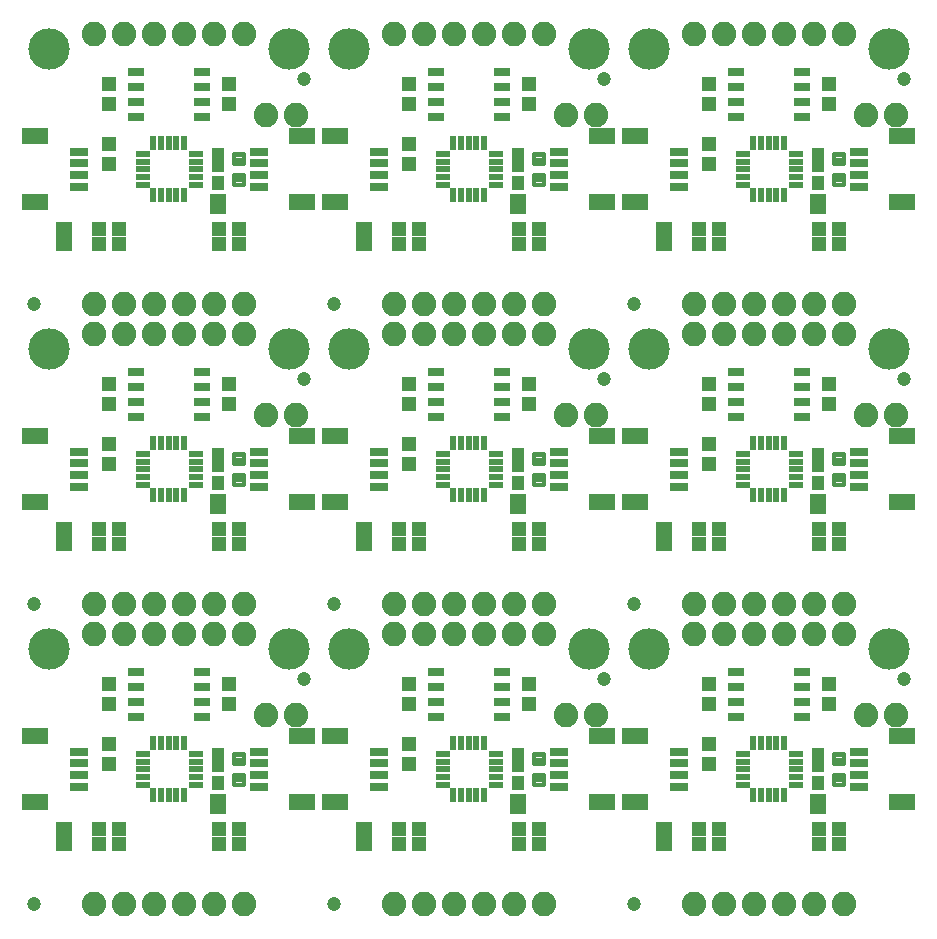
<source format=gts>
G75*
%MOIN*%
%OFA0B0*%
%FSLAX25Y25*%
%IPPOS*%
%LPD*%
%AMOC8*
5,1,8,0,0,1.08239X$1,22.5*
%
%ADD10C,0.08200*%
%ADD11R,0.05131X0.04737*%
%ADD12C,0.13800*%
%ADD13R,0.05800X0.03300*%
%ADD14C,0.04737*%
%ADD15R,0.01981X0.05131*%
%ADD16R,0.05131X0.01981*%
%ADD17R,0.04737X0.05131*%
%ADD18R,0.05524X0.03162*%
%ADD19R,0.08674X0.05524*%
%ADD20R,0.06115X0.03162*%
%ADD21C,0.01421*%
%ADD22R,0.03950X0.04737*%
%ADD23R,0.03950X0.08280*%
D10*
X0027250Y0010060D03*
X0037250Y0010060D03*
X0047250Y0010060D03*
X0057250Y0010060D03*
X0067250Y0010060D03*
X0077250Y0010060D03*
X0127250Y0010060D03*
X0137250Y0010060D03*
X0147250Y0010060D03*
X0157250Y0010060D03*
X0167250Y0010060D03*
X0177250Y0010060D03*
X0227250Y0010060D03*
X0237250Y0010060D03*
X0247250Y0010060D03*
X0257250Y0010060D03*
X0267250Y0010060D03*
X0277250Y0010060D03*
X0284750Y0073060D03*
X0294750Y0073060D03*
X0277250Y0100060D03*
X0277250Y0110060D03*
X0267250Y0110060D03*
X0257250Y0110060D03*
X0247250Y0110060D03*
X0247250Y0100060D03*
X0257250Y0100060D03*
X0267250Y0100060D03*
X0237250Y0100060D03*
X0237250Y0110060D03*
X0227250Y0110060D03*
X0227250Y0100060D03*
X0194750Y0073060D03*
X0184750Y0073060D03*
X0177250Y0100060D03*
X0177250Y0110060D03*
X0167250Y0110060D03*
X0157250Y0110060D03*
X0147250Y0110060D03*
X0137250Y0110060D03*
X0137250Y0100060D03*
X0147250Y0100060D03*
X0157250Y0100060D03*
X0167250Y0100060D03*
X0127250Y0100060D03*
X0127250Y0110060D03*
X0094750Y0073060D03*
X0084750Y0073060D03*
X0077250Y0100060D03*
X0077250Y0110060D03*
X0067250Y0110060D03*
X0067250Y0100060D03*
X0057250Y0100060D03*
X0057250Y0110060D03*
X0047250Y0110060D03*
X0037250Y0110060D03*
X0037250Y0100060D03*
X0047250Y0100060D03*
X0027250Y0100060D03*
X0027250Y0110060D03*
X0084750Y0173060D03*
X0094750Y0173060D03*
X0077250Y0200060D03*
X0077250Y0210060D03*
X0067250Y0210060D03*
X0067250Y0200060D03*
X0057250Y0200060D03*
X0057250Y0210060D03*
X0047250Y0210060D03*
X0037250Y0210060D03*
X0037250Y0200060D03*
X0047250Y0200060D03*
X0027250Y0200060D03*
X0027250Y0210060D03*
X0084750Y0273060D03*
X0094750Y0273060D03*
X0077250Y0300060D03*
X0067250Y0300060D03*
X0057250Y0300060D03*
X0047250Y0300060D03*
X0037250Y0300060D03*
X0027250Y0300060D03*
X0127250Y0300060D03*
X0137250Y0300060D03*
X0147250Y0300060D03*
X0157250Y0300060D03*
X0167250Y0300060D03*
X0177250Y0300060D03*
X0184750Y0273060D03*
X0194750Y0273060D03*
X0227250Y0300060D03*
X0237250Y0300060D03*
X0247250Y0300060D03*
X0257250Y0300060D03*
X0267250Y0300060D03*
X0277250Y0300060D03*
X0284750Y0273060D03*
X0294750Y0273060D03*
X0277250Y0210060D03*
X0277250Y0200060D03*
X0267250Y0200060D03*
X0267250Y0210060D03*
X0257250Y0210060D03*
X0247250Y0210060D03*
X0247250Y0200060D03*
X0257250Y0200060D03*
X0237250Y0200060D03*
X0237250Y0210060D03*
X0227250Y0210060D03*
X0227250Y0200060D03*
X0194750Y0173060D03*
X0184750Y0173060D03*
X0177250Y0200060D03*
X0177250Y0210060D03*
X0167250Y0210060D03*
X0157250Y0210060D03*
X0147250Y0210060D03*
X0137250Y0210060D03*
X0137250Y0200060D03*
X0147250Y0200060D03*
X0157250Y0200060D03*
X0167250Y0200060D03*
X0127250Y0200060D03*
X0127250Y0210060D03*
X0284750Y0173060D03*
X0294750Y0173060D03*
D11*
X0275596Y0135060D03*
X0275596Y0130060D03*
X0268904Y0130060D03*
X0268904Y0135060D03*
X0235596Y0135060D03*
X0235596Y0130060D03*
X0228904Y0130060D03*
X0228904Y0135060D03*
X0175596Y0135060D03*
X0175596Y0130060D03*
X0168904Y0130060D03*
X0168904Y0135060D03*
X0135596Y0135060D03*
X0135596Y0130060D03*
X0128904Y0130060D03*
X0128904Y0135060D03*
X0075596Y0135060D03*
X0075596Y0130060D03*
X0068904Y0130060D03*
X0068904Y0135060D03*
X0035596Y0135060D03*
X0035596Y0130060D03*
X0028904Y0130060D03*
X0028904Y0135060D03*
X0028904Y0230060D03*
X0028904Y0235060D03*
X0035596Y0235060D03*
X0035596Y0230060D03*
X0068904Y0230060D03*
X0068904Y0235060D03*
X0075596Y0235060D03*
X0075596Y0230060D03*
X0128904Y0230060D03*
X0128904Y0235060D03*
X0135596Y0235060D03*
X0135596Y0230060D03*
X0168904Y0230060D03*
X0168904Y0235060D03*
X0175596Y0235060D03*
X0175596Y0230060D03*
X0228904Y0230060D03*
X0228904Y0235060D03*
X0235596Y0235060D03*
X0235596Y0230060D03*
X0268904Y0230060D03*
X0268904Y0235060D03*
X0275596Y0235060D03*
X0275596Y0230060D03*
X0275596Y0035060D03*
X0275596Y0030060D03*
X0268904Y0030060D03*
X0268904Y0035060D03*
X0235596Y0035060D03*
X0235596Y0030060D03*
X0228904Y0030060D03*
X0228904Y0035060D03*
X0175596Y0035060D03*
X0175596Y0030060D03*
X0168904Y0030060D03*
X0168904Y0035060D03*
X0135596Y0035060D03*
X0135596Y0030060D03*
X0128904Y0030060D03*
X0128904Y0035060D03*
X0075596Y0035060D03*
X0075596Y0030060D03*
X0068904Y0030060D03*
X0068904Y0035060D03*
X0035596Y0035060D03*
X0035596Y0030060D03*
X0028904Y0030060D03*
X0028904Y0035060D03*
D12*
X0012250Y0095060D03*
X0092250Y0095060D03*
X0112250Y0095060D03*
X0192250Y0095060D03*
X0212250Y0095060D03*
X0292250Y0095060D03*
X0292250Y0195060D03*
X0212250Y0195060D03*
X0192250Y0195060D03*
X0112250Y0195060D03*
X0092250Y0195060D03*
X0012250Y0195060D03*
X0012250Y0295060D03*
X0092250Y0295060D03*
X0112250Y0295060D03*
X0192250Y0295060D03*
X0212250Y0295060D03*
X0292250Y0295060D03*
D13*
X0268750Y0245160D03*
X0268750Y0241960D03*
X0217250Y0235760D03*
X0217250Y0232560D03*
X0217250Y0229360D03*
X0168750Y0241960D03*
X0168750Y0245160D03*
X0117250Y0235760D03*
X0117250Y0232560D03*
X0117250Y0229360D03*
X0068750Y0241960D03*
X0068750Y0245160D03*
X0017250Y0235760D03*
X0017250Y0232560D03*
X0017250Y0229360D03*
X0068750Y0145160D03*
X0068750Y0141960D03*
X0117250Y0135760D03*
X0117250Y0132560D03*
X0117250Y0129360D03*
X0168750Y0141960D03*
X0168750Y0145160D03*
X0217250Y0135760D03*
X0217250Y0132560D03*
X0217250Y0129360D03*
X0268750Y0141960D03*
X0268750Y0145160D03*
X0268750Y0045160D03*
X0268750Y0041960D03*
X0217250Y0035760D03*
X0217250Y0032560D03*
X0217250Y0029360D03*
X0168750Y0041960D03*
X0168750Y0045160D03*
X0117250Y0035760D03*
X0117250Y0032560D03*
X0117250Y0029360D03*
X0068750Y0041960D03*
X0068750Y0045160D03*
X0017250Y0035760D03*
X0017250Y0032560D03*
X0017250Y0029360D03*
X0017250Y0129360D03*
X0017250Y0132560D03*
X0017250Y0135760D03*
D14*
X0007250Y0010060D03*
X0097250Y0085060D03*
X0107250Y0110060D03*
X0097250Y0185060D03*
X0107250Y0210060D03*
X0097250Y0285060D03*
X0007250Y0210060D03*
X0007250Y0110060D03*
X0107250Y0010060D03*
X0197250Y0085060D03*
X0207250Y0110060D03*
X0197250Y0185060D03*
X0207250Y0210060D03*
X0197250Y0285060D03*
X0297250Y0285060D03*
X0297250Y0185060D03*
X0297250Y0085060D03*
X0207250Y0010060D03*
D15*
X0247132Y0046399D03*
X0249691Y0046399D03*
X0252250Y0046399D03*
X0254809Y0046399D03*
X0257368Y0046399D03*
X0257368Y0063721D03*
X0254809Y0063721D03*
X0252250Y0063721D03*
X0249691Y0063721D03*
X0247132Y0063721D03*
X0247132Y0146399D03*
X0249691Y0146399D03*
X0252250Y0146399D03*
X0254809Y0146399D03*
X0257368Y0146399D03*
X0257368Y0163721D03*
X0254809Y0163721D03*
X0252250Y0163721D03*
X0249691Y0163721D03*
X0247132Y0163721D03*
X0247132Y0246399D03*
X0249691Y0246399D03*
X0252250Y0246399D03*
X0254809Y0246399D03*
X0257368Y0246399D03*
X0257368Y0263721D03*
X0254809Y0263721D03*
X0252250Y0263721D03*
X0249691Y0263721D03*
X0247132Y0263721D03*
X0157368Y0263721D03*
X0154809Y0263721D03*
X0152250Y0263721D03*
X0149691Y0263721D03*
X0147132Y0263721D03*
X0147132Y0246399D03*
X0149691Y0246399D03*
X0152250Y0246399D03*
X0154809Y0246399D03*
X0157368Y0246399D03*
X0157368Y0163721D03*
X0154809Y0163721D03*
X0152250Y0163721D03*
X0149691Y0163721D03*
X0147132Y0163721D03*
X0147132Y0146399D03*
X0149691Y0146399D03*
X0152250Y0146399D03*
X0154809Y0146399D03*
X0157368Y0146399D03*
X0157368Y0063721D03*
X0154809Y0063721D03*
X0152250Y0063721D03*
X0149691Y0063721D03*
X0147132Y0063721D03*
X0147132Y0046399D03*
X0149691Y0046399D03*
X0152250Y0046399D03*
X0154809Y0046399D03*
X0157368Y0046399D03*
X0057368Y0046399D03*
X0054809Y0046399D03*
X0052250Y0046399D03*
X0049691Y0046399D03*
X0047132Y0046399D03*
X0047132Y0063721D03*
X0049691Y0063721D03*
X0052250Y0063721D03*
X0054809Y0063721D03*
X0057368Y0063721D03*
X0057368Y0146399D03*
X0054809Y0146399D03*
X0052250Y0146399D03*
X0049691Y0146399D03*
X0047132Y0146399D03*
X0047132Y0163721D03*
X0049691Y0163721D03*
X0052250Y0163721D03*
X0054809Y0163721D03*
X0057368Y0163721D03*
X0057368Y0246399D03*
X0054809Y0246399D03*
X0052250Y0246399D03*
X0049691Y0246399D03*
X0047132Y0246399D03*
X0047132Y0263721D03*
X0049691Y0263721D03*
X0052250Y0263721D03*
X0054809Y0263721D03*
X0057368Y0263721D03*
D16*
X0061305Y0260178D03*
X0061305Y0257619D03*
X0061305Y0255060D03*
X0061305Y0252501D03*
X0061305Y0249942D03*
X0043589Y0249942D03*
X0043589Y0252501D03*
X0043589Y0255060D03*
X0043589Y0257619D03*
X0043589Y0260178D03*
X0043589Y0160178D03*
X0043589Y0157619D03*
X0043589Y0155060D03*
X0043589Y0152501D03*
X0043589Y0149942D03*
X0061305Y0149942D03*
X0061305Y0152501D03*
X0061305Y0155060D03*
X0061305Y0157619D03*
X0061305Y0160178D03*
X0143589Y0160178D03*
X0143589Y0157619D03*
X0143589Y0155060D03*
X0143589Y0152501D03*
X0143589Y0149942D03*
X0161305Y0149942D03*
X0161305Y0152501D03*
X0161305Y0155060D03*
X0161305Y0157619D03*
X0161305Y0160178D03*
X0243589Y0160178D03*
X0243589Y0157619D03*
X0243589Y0155060D03*
X0243589Y0152501D03*
X0243589Y0149942D03*
X0261305Y0149942D03*
X0261305Y0152501D03*
X0261305Y0155060D03*
X0261305Y0157619D03*
X0261305Y0160178D03*
X0261305Y0249942D03*
X0261305Y0252501D03*
X0261305Y0255060D03*
X0261305Y0257619D03*
X0261305Y0260178D03*
X0243589Y0260178D03*
X0243589Y0257619D03*
X0243589Y0255060D03*
X0243589Y0252501D03*
X0243589Y0249942D03*
X0161305Y0249942D03*
X0161305Y0252501D03*
X0161305Y0255060D03*
X0161305Y0257619D03*
X0161305Y0260178D03*
X0143589Y0260178D03*
X0143589Y0257619D03*
X0143589Y0255060D03*
X0143589Y0252501D03*
X0143589Y0249942D03*
X0143589Y0060178D03*
X0143589Y0057619D03*
X0143589Y0055060D03*
X0143589Y0052501D03*
X0143589Y0049942D03*
X0161305Y0049942D03*
X0161305Y0052501D03*
X0161305Y0055060D03*
X0161305Y0057619D03*
X0161305Y0060178D03*
X0243589Y0060178D03*
X0243589Y0057619D03*
X0243589Y0055060D03*
X0243589Y0052501D03*
X0243589Y0049942D03*
X0261305Y0049942D03*
X0261305Y0052501D03*
X0261305Y0055060D03*
X0261305Y0057619D03*
X0261305Y0060178D03*
X0061305Y0060178D03*
X0061305Y0057619D03*
X0061305Y0055060D03*
X0061305Y0052501D03*
X0061305Y0049942D03*
X0043589Y0049942D03*
X0043589Y0052501D03*
X0043589Y0055060D03*
X0043589Y0057619D03*
X0043589Y0060178D03*
D17*
X0032250Y0063406D03*
X0032250Y0056714D03*
X0032250Y0076714D03*
X0032250Y0083406D03*
X0072250Y0083406D03*
X0072250Y0076714D03*
X0132250Y0076714D03*
X0132250Y0083406D03*
X0132250Y0063406D03*
X0132250Y0056714D03*
X0172250Y0076714D03*
X0172250Y0083406D03*
X0232250Y0083406D03*
X0232250Y0076714D03*
X0232250Y0063406D03*
X0232250Y0056714D03*
X0272250Y0076714D03*
X0272250Y0083406D03*
X0232250Y0156714D03*
X0232250Y0163406D03*
X0232250Y0176714D03*
X0232250Y0183406D03*
X0272250Y0183406D03*
X0272250Y0176714D03*
X0232250Y0256714D03*
X0232250Y0263406D03*
X0232250Y0276714D03*
X0232250Y0283406D03*
X0272250Y0283406D03*
X0272250Y0276714D03*
X0172250Y0276714D03*
X0172250Y0283406D03*
X0132250Y0283406D03*
X0132250Y0276714D03*
X0132250Y0263406D03*
X0132250Y0256714D03*
X0072250Y0276714D03*
X0072250Y0283406D03*
X0032250Y0283406D03*
X0032250Y0276714D03*
X0032250Y0263406D03*
X0032250Y0256714D03*
X0032250Y0183406D03*
X0032250Y0176714D03*
X0032250Y0163406D03*
X0032250Y0156714D03*
X0072250Y0176714D03*
X0072250Y0183406D03*
X0132250Y0183406D03*
X0132250Y0176714D03*
X0132250Y0163406D03*
X0132250Y0156714D03*
X0172250Y0176714D03*
X0172250Y0183406D03*
D18*
X0163274Y0182560D03*
X0163274Y0187560D03*
X0163274Y0177560D03*
X0163274Y0172560D03*
X0141226Y0172560D03*
X0141226Y0177560D03*
X0141226Y0182560D03*
X0141226Y0187560D03*
X0063274Y0187560D03*
X0063274Y0182560D03*
X0063274Y0177560D03*
X0063274Y0172560D03*
X0041226Y0172560D03*
X0041226Y0177560D03*
X0041226Y0182560D03*
X0041226Y0187560D03*
X0041226Y0272560D03*
X0041226Y0277560D03*
X0041226Y0282560D03*
X0041226Y0287560D03*
X0063274Y0287560D03*
X0063274Y0282560D03*
X0063274Y0277560D03*
X0063274Y0272560D03*
X0141226Y0272560D03*
X0141226Y0277560D03*
X0141226Y0282560D03*
X0141226Y0287560D03*
X0163274Y0287560D03*
X0163274Y0282560D03*
X0163274Y0277560D03*
X0163274Y0272560D03*
X0241226Y0272560D03*
X0241226Y0277560D03*
X0241226Y0282560D03*
X0241226Y0287560D03*
X0263274Y0287560D03*
X0263274Y0282560D03*
X0263274Y0277560D03*
X0263274Y0272560D03*
X0263274Y0187560D03*
X0263274Y0182560D03*
X0263274Y0177560D03*
X0263274Y0172560D03*
X0241226Y0172560D03*
X0241226Y0177560D03*
X0241226Y0182560D03*
X0241226Y0187560D03*
X0241226Y0087560D03*
X0241226Y0082560D03*
X0241226Y0077560D03*
X0241226Y0072560D03*
X0263274Y0072560D03*
X0263274Y0077560D03*
X0263274Y0082560D03*
X0263274Y0087560D03*
X0163274Y0087560D03*
X0163274Y0082560D03*
X0163274Y0077560D03*
X0163274Y0072560D03*
X0141226Y0072560D03*
X0141226Y0077560D03*
X0141226Y0082560D03*
X0141226Y0087560D03*
X0063274Y0087560D03*
X0063274Y0082560D03*
X0063274Y0077560D03*
X0063274Y0072560D03*
X0041226Y0072560D03*
X0041226Y0077560D03*
X0041226Y0082560D03*
X0041226Y0087560D03*
D19*
X0007781Y0066084D03*
X0007781Y0044036D03*
X0096719Y0044036D03*
X0107781Y0044036D03*
X0107781Y0066084D03*
X0096719Y0066084D03*
X0096719Y0144036D03*
X0107781Y0144036D03*
X0107781Y0166084D03*
X0096719Y0166084D03*
X0096719Y0244036D03*
X0107781Y0244036D03*
X0107781Y0266084D03*
X0096719Y0266084D03*
X0007781Y0266084D03*
X0007781Y0244036D03*
X0007781Y0166084D03*
X0007781Y0144036D03*
X0196719Y0144036D03*
X0207781Y0144036D03*
X0207781Y0166084D03*
X0196719Y0166084D03*
X0196719Y0244036D03*
X0207781Y0244036D03*
X0207781Y0266084D03*
X0196719Y0266084D03*
X0296719Y0266084D03*
X0296719Y0244036D03*
X0296719Y0166084D03*
X0296719Y0144036D03*
X0296719Y0066084D03*
X0296719Y0044036D03*
X0207781Y0044036D03*
X0196719Y0044036D03*
X0196719Y0066084D03*
X0207781Y0066084D03*
D20*
X0222250Y0060966D03*
X0222250Y0057028D03*
X0222250Y0053091D03*
X0222250Y0049154D03*
X0182250Y0049154D03*
X0182250Y0053091D03*
X0182250Y0057028D03*
X0182250Y0060966D03*
X0122250Y0060966D03*
X0122250Y0057028D03*
X0122250Y0053091D03*
X0122250Y0049154D03*
X0082250Y0049154D03*
X0082250Y0053091D03*
X0082250Y0057028D03*
X0082250Y0060966D03*
X0022250Y0060966D03*
X0022250Y0057028D03*
X0022250Y0053091D03*
X0022250Y0049154D03*
X0022250Y0149154D03*
X0022250Y0153091D03*
X0022250Y0157028D03*
X0022250Y0160966D03*
X0082250Y0160966D03*
X0082250Y0157028D03*
X0082250Y0153091D03*
X0082250Y0149154D03*
X0122250Y0149154D03*
X0122250Y0153091D03*
X0122250Y0157028D03*
X0122250Y0160966D03*
X0182250Y0160966D03*
X0182250Y0157028D03*
X0182250Y0153091D03*
X0182250Y0149154D03*
X0222250Y0149154D03*
X0222250Y0153091D03*
X0222250Y0157028D03*
X0222250Y0160966D03*
X0282250Y0160966D03*
X0282250Y0157028D03*
X0282250Y0153091D03*
X0282250Y0149154D03*
X0282250Y0060966D03*
X0282250Y0057028D03*
X0282250Y0053091D03*
X0282250Y0049154D03*
X0282250Y0249154D03*
X0282250Y0253091D03*
X0282250Y0257028D03*
X0282250Y0260966D03*
X0222250Y0260966D03*
X0222250Y0257028D03*
X0222250Y0253091D03*
X0222250Y0249154D03*
X0182250Y0249154D03*
X0182250Y0253091D03*
X0182250Y0257028D03*
X0182250Y0260966D03*
X0122250Y0260966D03*
X0122250Y0257028D03*
X0122250Y0253091D03*
X0122250Y0249154D03*
X0082250Y0249154D03*
X0082250Y0253091D03*
X0082250Y0257028D03*
X0082250Y0260966D03*
X0022250Y0260966D03*
X0022250Y0257028D03*
X0022250Y0253091D03*
X0022250Y0249154D03*
D21*
X0074092Y0249949D02*
X0077408Y0249949D01*
X0074092Y0249949D02*
X0074092Y0253265D01*
X0077408Y0253265D01*
X0077408Y0249949D01*
X0077408Y0251369D02*
X0074092Y0251369D01*
X0074092Y0252789D02*
X0077408Y0252789D01*
X0077408Y0256855D02*
X0074092Y0256855D01*
X0074092Y0260171D01*
X0077408Y0260171D01*
X0077408Y0256855D01*
X0077408Y0258275D02*
X0074092Y0258275D01*
X0074092Y0259695D02*
X0077408Y0259695D01*
X0174092Y0256855D02*
X0177408Y0256855D01*
X0174092Y0256855D02*
X0174092Y0260171D01*
X0177408Y0260171D01*
X0177408Y0256855D01*
X0177408Y0258275D02*
X0174092Y0258275D01*
X0174092Y0259695D02*
X0177408Y0259695D01*
X0177408Y0249949D02*
X0174092Y0249949D01*
X0174092Y0253265D01*
X0177408Y0253265D01*
X0177408Y0249949D01*
X0177408Y0251369D02*
X0174092Y0251369D01*
X0174092Y0252789D02*
X0177408Y0252789D01*
X0177408Y0156855D02*
X0174092Y0156855D01*
X0174092Y0160171D01*
X0177408Y0160171D01*
X0177408Y0156855D01*
X0177408Y0158275D02*
X0174092Y0158275D01*
X0174092Y0159695D02*
X0177408Y0159695D01*
X0177408Y0149949D02*
X0174092Y0149949D01*
X0174092Y0153265D01*
X0177408Y0153265D01*
X0177408Y0149949D01*
X0177408Y0151369D02*
X0174092Y0151369D01*
X0174092Y0152789D02*
X0177408Y0152789D01*
X0177408Y0056855D02*
X0174092Y0056855D01*
X0174092Y0060171D01*
X0177408Y0060171D01*
X0177408Y0056855D01*
X0177408Y0058275D02*
X0174092Y0058275D01*
X0174092Y0059695D02*
X0177408Y0059695D01*
X0177408Y0049949D02*
X0174092Y0049949D01*
X0174092Y0053265D01*
X0177408Y0053265D01*
X0177408Y0049949D01*
X0177408Y0051369D02*
X0174092Y0051369D01*
X0174092Y0052789D02*
X0177408Y0052789D01*
X0274092Y0049949D02*
X0277408Y0049949D01*
X0274092Y0049949D02*
X0274092Y0053265D01*
X0277408Y0053265D01*
X0277408Y0049949D01*
X0277408Y0051369D02*
X0274092Y0051369D01*
X0274092Y0052789D02*
X0277408Y0052789D01*
X0277408Y0056855D02*
X0274092Y0056855D01*
X0274092Y0060171D01*
X0277408Y0060171D01*
X0277408Y0056855D01*
X0277408Y0058275D02*
X0274092Y0058275D01*
X0274092Y0059695D02*
X0277408Y0059695D01*
X0277408Y0149949D02*
X0274092Y0149949D01*
X0274092Y0153265D01*
X0277408Y0153265D01*
X0277408Y0149949D01*
X0277408Y0151369D02*
X0274092Y0151369D01*
X0274092Y0152789D02*
X0277408Y0152789D01*
X0277408Y0156855D02*
X0274092Y0156855D01*
X0274092Y0160171D01*
X0277408Y0160171D01*
X0277408Y0156855D01*
X0277408Y0158275D02*
X0274092Y0158275D01*
X0274092Y0159695D02*
X0277408Y0159695D01*
X0277408Y0249949D02*
X0274092Y0249949D01*
X0274092Y0253265D01*
X0277408Y0253265D01*
X0277408Y0249949D01*
X0277408Y0251369D02*
X0274092Y0251369D01*
X0274092Y0252789D02*
X0277408Y0252789D01*
X0277408Y0256855D02*
X0274092Y0256855D01*
X0274092Y0260171D01*
X0277408Y0260171D01*
X0277408Y0256855D01*
X0277408Y0258275D02*
X0274092Y0258275D01*
X0274092Y0259695D02*
X0277408Y0259695D01*
X0077408Y0156855D02*
X0074092Y0156855D01*
X0074092Y0160171D01*
X0077408Y0160171D01*
X0077408Y0156855D01*
X0077408Y0158275D02*
X0074092Y0158275D01*
X0074092Y0159695D02*
X0077408Y0159695D01*
X0077408Y0149949D02*
X0074092Y0149949D01*
X0074092Y0153265D01*
X0077408Y0153265D01*
X0077408Y0149949D01*
X0077408Y0151369D02*
X0074092Y0151369D01*
X0074092Y0152789D02*
X0077408Y0152789D01*
X0077408Y0056855D02*
X0074092Y0056855D01*
X0074092Y0060171D01*
X0077408Y0060171D01*
X0077408Y0056855D01*
X0077408Y0058275D02*
X0074092Y0058275D01*
X0074092Y0059695D02*
X0077408Y0059695D01*
X0077408Y0049949D02*
X0074092Y0049949D01*
X0074092Y0053265D01*
X0077408Y0053265D01*
X0077408Y0049949D01*
X0077408Y0051369D02*
X0074092Y0051369D01*
X0074092Y0052789D02*
X0077408Y0052789D01*
D22*
X0068750Y0050336D03*
X0068750Y0150336D03*
X0068750Y0250336D03*
X0168750Y0250336D03*
X0168750Y0150336D03*
X0168750Y0050336D03*
X0268750Y0050336D03*
X0268750Y0150336D03*
X0268750Y0250336D03*
D23*
X0268750Y0258316D03*
X0268750Y0158316D03*
X0268750Y0058316D03*
X0168750Y0058316D03*
X0168750Y0158316D03*
X0168750Y0258316D03*
X0068750Y0258316D03*
X0068750Y0158316D03*
X0068750Y0058316D03*
M02*

</source>
